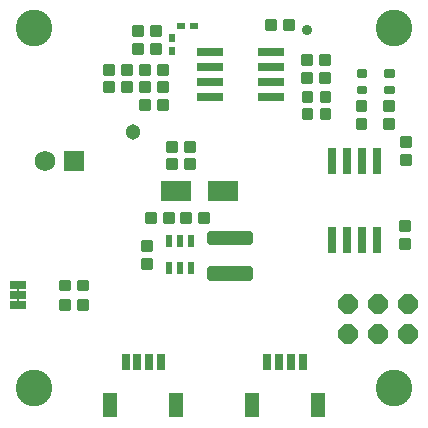
<source format=gbr>
G04 EAGLE Gerber RS-274X export*
G75*
%MOMM*%
%FSLAX34Y34*%
%LPD*%
%INSoldermask Top*%
%IPPOS*%
%AMOC8*
5,1,8,0,0,1.08239X$1,22.5*%
G01*
%ADD10C,3.101600*%
%ADD11C,0.326897*%
%ADD12C,0.257809*%
%ADD13R,0.801600X0.601600*%
%ADD14R,2.601600X1.801600*%
%ADD15R,0.601600X0.801600*%
%ADD16P,1.787675X8X22.500000*%
%ADD17R,0.701600X1.451600*%
%ADD18R,1.301600X2.101600*%
%ADD19R,1.371600X0.736600*%
%ADD20C,0.203200*%
%ADD21C,0.648863*%
%ADD22R,1.751600X1.751600*%
%ADD23C,1.751600*%
%ADD24C,0.901600*%
%ADD25C,1.301600*%
%ADD26R,0.711200X2.311400*%
%ADD27R,0.609600X1.117600*%
%ADD28R,2.301600X0.701600*%


D10*
X30000Y30000D03*
X334800Y30000D03*
X30000Y334800D03*
X334800Y334800D03*
D11*
X340343Y170705D02*
X340343Y164067D01*
X340343Y170705D02*
X346981Y170705D01*
X346981Y164067D01*
X340343Y164067D01*
X340343Y167173D02*
X346981Y167173D01*
X346981Y170279D02*
X340343Y170279D01*
X340343Y155465D02*
X340343Y148827D01*
X340343Y155465D02*
X346981Y155465D01*
X346981Y148827D01*
X340343Y148827D01*
X340343Y151933D02*
X346981Y151933D01*
X346981Y155039D02*
X340343Y155039D01*
X249191Y340631D02*
X242553Y340631D01*
X249191Y340631D02*
X249191Y333993D01*
X242553Y333993D01*
X242553Y340631D01*
X242553Y337099D02*
X249191Y337099D01*
X249191Y340205D02*
X242553Y340205D01*
X233951Y340631D02*
X227313Y340631D01*
X233951Y340631D02*
X233951Y333993D01*
X227313Y333993D01*
X227313Y340631D01*
X227313Y337099D02*
X233951Y337099D01*
X233951Y340205D02*
X227313Y340205D01*
X129523Y336059D02*
X129523Y329421D01*
X129523Y336059D02*
X136161Y336059D01*
X136161Y329421D01*
X129523Y329421D01*
X129523Y332527D02*
X136161Y332527D01*
X136161Y335633D02*
X129523Y335633D01*
X129523Y320819D02*
X129523Y314181D01*
X129523Y320819D02*
X136161Y320819D01*
X136161Y314181D01*
X129523Y314181D01*
X129523Y317287D02*
X136161Y317287D01*
X136161Y320393D02*
X129523Y320393D01*
X158733Y238015D02*
X165371Y238015D01*
X165371Y231377D01*
X158733Y231377D01*
X158733Y238015D01*
X158733Y234483D02*
X165371Y234483D01*
X165371Y237589D02*
X158733Y237589D01*
X150131Y238015D02*
X143493Y238015D01*
X150131Y238015D02*
X150131Y231377D01*
X143493Y231377D01*
X143493Y238015D01*
X143493Y234483D02*
X150131Y234483D01*
X150131Y237589D02*
X143493Y237589D01*
X121903Y154195D02*
X121903Y147557D01*
X121903Y154195D02*
X128541Y154195D01*
X128541Y147557D01*
X121903Y147557D01*
X121903Y150663D02*
X128541Y150663D01*
X128541Y153769D02*
X121903Y153769D01*
X121903Y138955D02*
X121903Y132317D01*
X121903Y138955D02*
X128541Y138955D01*
X128541Y132317D01*
X121903Y132317D01*
X121903Y135423D02*
X128541Y135423D01*
X128541Y138529D02*
X121903Y138529D01*
X158733Y223283D02*
X165371Y223283D01*
X165371Y216645D01*
X158733Y216645D01*
X158733Y223283D01*
X158733Y219751D02*
X165371Y219751D01*
X165371Y222857D02*
X158733Y222857D01*
X150131Y223283D02*
X143493Y223283D01*
X150131Y223283D02*
X150131Y216645D01*
X143493Y216645D01*
X143493Y223283D01*
X143493Y219751D02*
X150131Y219751D01*
X150131Y222857D02*
X143493Y222857D01*
D12*
X333673Y280689D02*
X333673Y285477D01*
X333673Y280689D02*
X327235Y280689D01*
X327235Y285477D01*
X333673Y285477D01*
X333673Y283138D02*
X327235Y283138D01*
X333673Y294659D02*
X333673Y299447D01*
X333673Y294659D02*
X327235Y294659D01*
X327235Y299447D01*
X333673Y299447D01*
X333673Y297108D02*
X327235Y297108D01*
D13*
X154266Y336804D03*
X165266Y336804D03*
D14*
X149672Y196850D03*
X189672Y196850D03*
D15*
X146812Y315810D03*
X146812Y326810D03*
D16*
X295402Y75692D03*
X295402Y101092D03*
X320802Y75692D03*
X320802Y101092D03*
X346202Y75692D03*
X346202Y101092D03*
D17*
X107400Y52324D03*
X117400Y52324D03*
X127400Y52324D03*
X137400Y52324D03*
D18*
X150400Y15574D03*
X94400Y15574D03*
D17*
X227400Y52578D03*
X237400Y52578D03*
X247400Y52578D03*
X257400Y52578D03*
D18*
X270400Y15828D03*
X214400Y15828D03*
D19*
X16510Y100838D03*
X16510Y108966D03*
X16510Y117094D03*
D20*
X16510Y117856D02*
X16510Y100330D01*
D21*
X211598Y124476D02*
X211598Y130004D01*
X211598Y124476D02*
X180070Y124476D01*
X180070Y130004D01*
X211598Y130004D01*
X211598Y154476D02*
X211598Y160004D01*
X211598Y154476D02*
X180070Y154476D01*
X180070Y160004D01*
X211598Y160004D01*
D22*
X64062Y222400D03*
D23*
X39062Y222400D03*
D11*
X135873Y288307D02*
X142511Y288307D01*
X142511Y281669D01*
X135873Y281669D01*
X135873Y288307D01*
X135873Y284775D02*
X142511Y284775D01*
X142511Y287881D02*
X135873Y287881D01*
X127271Y288307D02*
X120633Y288307D01*
X127271Y288307D02*
X127271Y281669D01*
X120633Y281669D01*
X120633Y288307D01*
X120633Y284775D02*
X127271Y284775D01*
X127271Y287881D02*
X120633Y287881D01*
X96537Y281669D02*
X89899Y281669D01*
X89899Y288307D01*
X96537Y288307D01*
X96537Y281669D01*
X96537Y284775D02*
X89899Y284775D01*
X89899Y287881D02*
X96537Y287881D01*
X105139Y281669D02*
X111777Y281669D01*
X105139Y281669D02*
X105139Y288307D01*
X111777Y288307D01*
X111777Y281669D01*
X111777Y284775D02*
X105139Y284775D01*
X105139Y287881D02*
X111777Y287881D01*
X135873Y303039D02*
X142511Y303039D01*
X142511Y296401D01*
X135873Y296401D01*
X135873Y303039D01*
X135873Y299507D02*
X142511Y299507D01*
X142511Y302613D02*
X135873Y302613D01*
X127271Y303039D02*
X120633Y303039D01*
X127271Y303039D02*
X127271Y296401D01*
X120633Y296401D01*
X120633Y303039D01*
X120633Y299507D02*
X127271Y299507D01*
X127271Y302613D02*
X120633Y302613D01*
X121175Y314181D02*
X121175Y320819D01*
X121175Y314181D02*
X114537Y314181D01*
X114537Y320819D01*
X121175Y320819D01*
X121175Y317287D02*
X114537Y317287D01*
X114537Y320393D02*
X121175Y320393D01*
X121175Y329421D02*
X121175Y336059D01*
X121175Y329421D02*
X114537Y329421D01*
X114537Y336059D01*
X121175Y336059D01*
X121175Y332527D02*
X114537Y332527D01*
X114537Y335633D02*
X121175Y335633D01*
X120633Y266937D02*
X127271Y266937D01*
X120633Y266937D02*
X120633Y273575D01*
X127271Y273575D01*
X127271Y266937D01*
X127271Y270043D02*
X120633Y270043D01*
X120633Y273149D02*
X127271Y273149D01*
X135873Y266937D02*
X142511Y266937D01*
X135873Y266937D02*
X135873Y273575D01*
X142511Y273575D01*
X142511Y266937D01*
X142511Y270043D02*
X135873Y270043D01*
X135873Y273149D02*
X142511Y273149D01*
X273287Y265447D02*
X279925Y265447D01*
X279925Y258809D01*
X273287Y258809D01*
X273287Y265447D01*
X273287Y261915D02*
X279925Y261915D01*
X279925Y265021D02*
X273287Y265021D01*
X264685Y265447D02*
X258047Y265447D01*
X264685Y265447D02*
X264685Y258809D01*
X258047Y258809D01*
X258047Y265447D01*
X258047Y261915D02*
X264685Y261915D01*
X264685Y265021D02*
X258047Y265021D01*
X333773Y256811D02*
X333773Y250173D01*
X327135Y250173D01*
X327135Y256811D01*
X333773Y256811D01*
X333773Y253279D02*
X327135Y253279D01*
X327135Y256385D02*
X333773Y256385D01*
X333773Y265413D02*
X333773Y272051D01*
X333773Y265413D02*
X327135Y265413D01*
X327135Y272051D01*
X333773Y272051D01*
X333773Y268519D02*
X327135Y268519D01*
X327135Y271625D02*
X333773Y271625D01*
X257793Y304529D02*
X257793Y311167D01*
X264431Y311167D01*
X264431Y304529D01*
X257793Y304529D01*
X257793Y307635D02*
X264431Y307635D01*
X264431Y310741D02*
X257793Y310741D01*
X257793Y295927D02*
X257793Y289289D01*
X257793Y295927D02*
X264431Y295927D01*
X264431Y289289D01*
X257793Y289289D01*
X257793Y292395D02*
X264431Y292395D01*
X264431Y295501D02*
X257793Y295501D01*
X279163Y295927D02*
X279163Y289289D01*
X272525Y289289D01*
X272525Y295927D01*
X279163Y295927D01*
X279163Y292395D02*
X272525Y292395D01*
X272525Y295501D02*
X279163Y295501D01*
X279163Y304529D02*
X279163Y311167D01*
X279163Y304529D02*
X272525Y304529D01*
X272525Y311167D01*
X279163Y311167D01*
X279163Y307635D02*
X272525Y307635D01*
X272525Y310741D02*
X279163Y310741D01*
X147337Y177563D02*
X140699Y177563D01*
X147337Y177563D02*
X147337Y170925D01*
X140699Y170925D01*
X140699Y177563D01*
X140699Y174031D02*
X147337Y174031D01*
X147337Y177137D02*
X140699Y177137D01*
X132097Y177563D02*
X125459Y177563D01*
X132097Y177563D02*
X132097Y170925D01*
X125459Y170925D01*
X125459Y177563D01*
X125459Y174031D02*
X132097Y174031D01*
X132097Y177137D02*
X125459Y177137D01*
X74947Y120413D02*
X68309Y120413D01*
X74947Y120413D02*
X74947Y113775D01*
X68309Y113775D01*
X68309Y120413D01*
X68309Y116881D02*
X74947Y116881D01*
X74947Y119987D02*
X68309Y119987D01*
X59707Y120413D02*
X53069Y120413D01*
X59707Y120413D02*
X59707Y113775D01*
X53069Y113775D01*
X53069Y120413D01*
X53069Y116881D02*
X59707Y116881D01*
X59707Y119987D02*
X53069Y119987D01*
X68309Y104157D02*
X74947Y104157D01*
X74947Y97519D01*
X68309Y97519D01*
X68309Y104157D01*
X68309Y100625D02*
X74947Y100625D01*
X74947Y103731D02*
X68309Y103731D01*
X59707Y104157D02*
X53069Y104157D01*
X59707Y104157D02*
X59707Y97519D01*
X53069Y97519D01*
X53069Y104157D01*
X53069Y100625D02*
X59707Y100625D01*
X59707Y103731D02*
X53069Y103731D01*
X348251Y219693D02*
X348251Y226331D01*
X348251Y219693D02*
X341613Y219693D01*
X341613Y226331D01*
X348251Y226331D01*
X348251Y222799D02*
X341613Y222799D01*
X341613Y225905D02*
X348251Y225905D01*
X348251Y234933D02*
X348251Y241571D01*
X348251Y234933D02*
X341613Y234933D01*
X341613Y241571D01*
X348251Y241571D01*
X348251Y238039D02*
X341613Y238039D01*
X341613Y241145D02*
X348251Y241145D01*
X177309Y177563D02*
X170671Y177563D01*
X177309Y177563D02*
X177309Y170925D01*
X170671Y170925D01*
X170671Y177563D01*
X170671Y174031D02*
X177309Y174031D01*
X177309Y177137D02*
X170671Y177137D01*
X162069Y177563D02*
X155431Y177563D01*
X162069Y177563D02*
X162069Y170925D01*
X155431Y170925D01*
X155431Y177563D01*
X155431Y174031D02*
X162069Y174031D01*
X162069Y177137D02*
X155431Y177137D01*
D24*
X261112Y333248D03*
D25*
X113792Y247396D03*
D26*
X319786Y222758D03*
X307086Y222758D03*
X294386Y222758D03*
X281686Y222758D03*
X281686Y155448D03*
X294386Y155448D03*
X307086Y155448D03*
X319786Y155448D03*
D27*
X162814Y154686D03*
X153416Y154686D03*
X144018Y154686D03*
X144018Y131826D03*
X153416Y131826D03*
X162814Y131826D03*
D28*
X178724Y302260D03*
X230724Y302260D03*
X178724Y314960D03*
X178724Y289560D03*
X178724Y276860D03*
X230724Y314960D03*
X230724Y289560D03*
X230724Y276860D03*
D11*
X111777Y303039D02*
X105139Y303039D01*
X111777Y303039D02*
X111777Y296401D01*
X105139Y296401D01*
X105139Y303039D01*
X105139Y299507D02*
X111777Y299507D01*
X111777Y302613D02*
X105139Y302613D01*
X96537Y303039D02*
X89899Y303039D01*
X96537Y303039D02*
X96537Y296401D01*
X89899Y296401D01*
X89899Y303039D01*
X89899Y299507D02*
X96537Y299507D01*
X96537Y302613D02*
X89899Y302613D01*
X258047Y273541D02*
X264685Y273541D01*
X258047Y273541D02*
X258047Y280179D01*
X264685Y280179D01*
X264685Y273541D01*
X264685Y276647D02*
X258047Y276647D01*
X258047Y279753D02*
X264685Y279753D01*
X273287Y273541D02*
X279925Y273541D01*
X273287Y273541D02*
X273287Y280179D01*
X279925Y280179D01*
X279925Y273541D01*
X279925Y276647D02*
X273287Y276647D01*
X273287Y279753D02*
X279925Y279753D01*
D12*
X310305Y280689D02*
X310305Y285477D01*
X310305Y280689D02*
X303867Y280689D01*
X303867Y285477D01*
X310305Y285477D01*
X310305Y283138D02*
X303867Y283138D01*
X310305Y294659D02*
X310305Y299447D01*
X310305Y294659D02*
X303867Y294659D01*
X303867Y299447D01*
X310305Y299447D01*
X310305Y297108D02*
X303867Y297108D01*
D11*
X310405Y256811D02*
X310405Y250173D01*
X303767Y250173D01*
X303767Y256811D01*
X310405Y256811D01*
X310405Y253279D02*
X303767Y253279D01*
X303767Y256385D02*
X310405Y256385D01*
X310405Y265413D02*
X310405Y272051D01*
X310405Y265413D02*
X303767Y265413D01*
X303767Y272051D01*
X310405Y272051D01*
X310405Y268519D02*
X303767Y268519D01*
X303767Y271625D02*
X310405Y271625D01*
M02*

</source>
